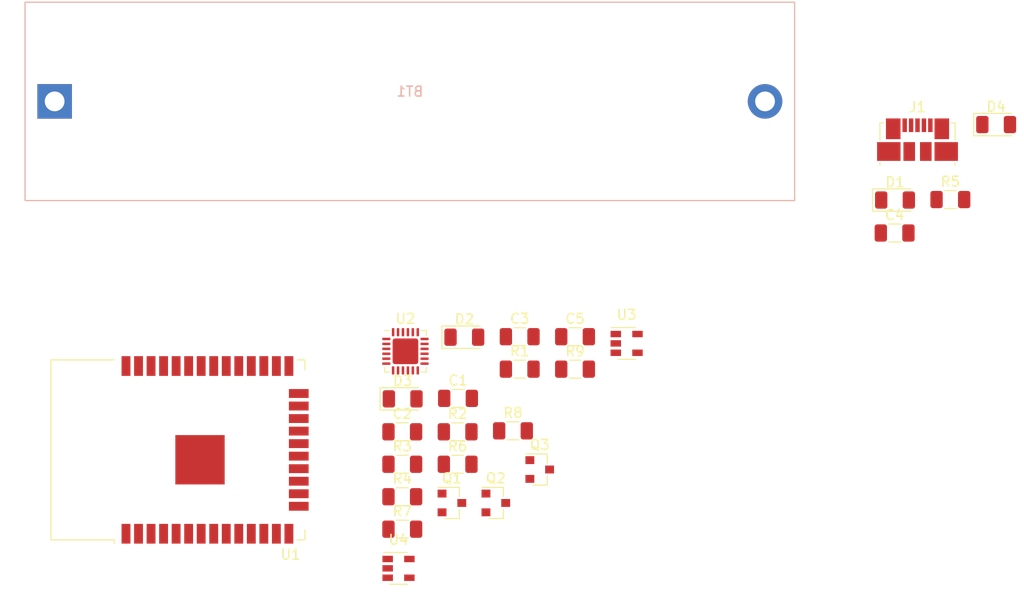
<source format=kicad_pcb>
(kicad_pcb (version 20171130) (host pcbnew "(5.1.2-1)-1")

  (general
    (thickness 1.6)
    (drawings 0)
    (tracks 0)
    (zones 0)
    (modules 27)
    (nets 27)
  )

  (page A4)
  (layers
    (0 F.Cu signal)
    (31 B.Cu signal)
    (32 B.Adhes user)
    (33 F.Adhes user)
    (34 B.Paste user)
    (35 F.Paste user)
    (36 B.SilkS user)
    (37 F.SilkS user)
    (38 B.Mask user)
    (39 F.Mask user)
    (40 Dwgs.User user)
    (41 Cmts.User user)
    (42 Eco1.User user)
    (43 Eco2.User user)
    (44 Edge.Cuts user)
    (45 Margin user)
    (46 B.CrtYd user)
    (47 F.CrtYd user)
    (48 B.Fab user)
    (49 F.Fab user)
  )

  (setup
    (last_trace_width 0.25)
    (trace_clearance 0.2)
    (zone_clearance 0.508)
    (zone_45_only no)
    (trace_min 0.2)
    (via_size 0.8)
    (via_drill 0.4)
    (via_min_size 0.4)
    (via_min_drill 0.3)
    (uvia_size 0.3)
    (uvia_drill 0.1)
    (uvias_allowed no)
    (uvia_min_size 0.2)
    (uvia_min_drill 0.1)
    (edge_width 0.05)
    (segment_width 0.2)
    (pcb_text_width 0.3)
    (pcb_text_size 1.5 1.5)
    (mod_edge_width 0.12)
    (mod_text_size 1 1)
    (mod_text_width 0.15)
    (pad_size 1.524 1.524)
    (pad_drill 0.762)
    (pad_to_mask_clearance 0.051)
    (solder_mask_min_width 0.25)
    (aux_axis_origin 0 0)
    (visible_elements FFFFFF7F)
    (pcbplotparams
      (layerselection 0x010fc_ffffffff)
      (usegerberextensions false)
      (usegerberattributes false)
      (usegerberadvancedattributes false)
      (creategerberjobfile false)
      (excludeedgelayer true)
      (linewidth 0.100000)
      (plotframeref false)
      (viasonmask false)
      (mode 1)
      (useauxorigin false)
      (hpglpennumber 1)
      (hpglpenspeed 20)
      (hpglpendiameter 15.000000)
      (psnegative false)
      (psa4output false)
      (plotreference true)
      (plotvalue true)
      (plotinvisibletext false)
      (padsonsilk false)
      (subtractmaskfromsilk false)
      (outputformat 1)
      (mirror false)
      (drillshape 1)
      (scaleselection 1)
      (outputdirectory ""))
  )

  (net 0 "")
  (net 1 V_BATT)
  (net 2 GND)
  (net 3 "Net-(C2-Pad1)")
  (net 4 +3V3)
  (net 5 VBUS)
  (net 6 "Net-(D2-Pad1)")
  (net 7 "Net-(D3-Pad2)")
  (net 8 "Net-(D3-Pad1)")
  (net 9 "Net-(D4-Pad2)")
  (net 10 "Net-(D4-Pad1)")
  (net 11 "Net-(J1-Pad5)")
  (net 12 "Net-(J1-Pad3)")
  (net 13 "Net-(J1-Pad2)")
  (net 14 "Net-(J1-Pad1)")
  (net 15 /GPIO0)
  (net 16 "Net-(Q1-Pad2)")
  (net 17 "Net-(Q1-Pad1)")
  (net 18 /~RESET)
  (net 19 "Net-(Q2-Pad2)")
  (net 20 "Net-(Q2-Pad1)")
  (net 21 "Net-(R1-Pad2)")
  (net 22 /ESP_TX)
  (net 23 "Net-(R5-Pad2)")
  (net 24 "Net-(R6-Pad1)")
  (net 25 "Net-(R7-Pad1)")
  (net 26 /ESP_RX)

  (net_class Default "This is the default net class."
    (clearance 0.2)
    (trace_width 0.25)
    (via_dia 0.8)
    (via_drill 0.4)
    (uvia_dia 0.3)
    (uvia_drill 0.1)
    (add_net +3V3)
    (add_net /ESP_RX)
    (add_net /ESP_TX)
    (add_net /GPIO0)
    (add_net /~RESET)
    (add_net GND)
    (add_net "Net-(C2-Pad1)")
    (add_net "Net-(D2-Pad1)")
    (add_net "Net-(D3-Pad1)")
    (add_net "Net-(D3-Pad2)")
    (add_net "Net-(D4-Pad1)")
    (add_net "Net-(D4-Pad2)")
    (add_net "Net-(J1-Pad1)")
    (add_net "Net-(J1-Pad2)")
    (add_net "Net-(J1-Pad3)")
    (add_net "Net-(J1-Pad5)")
    (add_net "Net-(Q1-Pad1)")
    (add_net "Net-(Q1-Pad2)")
    (add_net "Net-(Q2-Pad1)")
    (add_net "Net-(Q2-Pad2)")
    (add_net "Net-(R1-Pad2)")
    (add_net "Net-(R5-Pad2)")
    (add_net "Net-(R6-Pad1)")
    (add_net "Net-(R7-Pad1)")
    (add_net VBUS)
    (add_net V_BATT)
  )

  (module Battery:BatteryHolder_MPD_BH-18650-PC2 (layer B.Cu) (tedit 5C1007C1) (tstamp 5D52691A)
    (at 110.744 89.408)
    (descr "18650 Battery Holder (http://www.memoryprotectiondevices.com/datasheets/BK-18650-PC2-datasheet.pdf)")
    (tags "18650 Battery Holder")
    (path /5D5F7844)
    (fp_text reference BT1 (at 36 -1) (layer B.SilkS)
      (effects (font (size 1 1) (thickness 0.15)) (justify mirror))
    )
    (fp_text value Battery (at 36 0.8) (layer B.Fab)
      (effects (font (size 1 1) (thickness 0.15)) (justify mirror))
    )
    (fp_text user %R (at 36 2.4) (layer B.Fab)
      (effects (font (size 1 1) (thickness 0.15)) (justify mirror))
    )
    (fp_line (start -3.2 10.25) (end 75.2 10.25) (layer B.CrtYd) (width 0.05))
    (fp_line (start 75.2 10.25) (end 75.2 -10.25) (layer B.CrtYd) (width 0.05))
    (fp_line (start 75.2 -10.25) (end -3.2 -10.25) (layer B.CrtYd) (width 0.05))
    (fp_line (start -3.2 -10.25) (end -3.2 10.25) (layer B.CrtYd) (width 0.05))
    (fp_line (start -2.8 9.85) (end 74.8 9.85) (layer B.Fab) (width 0.1))
    (fp_line (start 74.8 9.85) (end 74.8 -9.85) (layer B.Fab) (width 0.1))
    (fp_line (start 74.8 -9.85) (end -2.8 -9.85) (layer B.Fab) (width 0.1))
    (fp_line (start -2.8 -9.85) (end -2.8 9.85) (layer B.Fab) (width 0.1))
    (fp_line (start -3 10.05) (end 75 10.05) (layer B.SilkS) (width 0.12))
    (fp_line (start 75 10.05) (end 75 -10.05) (layer B.SilkS) (width 0.12))
    (fp_line (start 75 -10.05) (end -3 -10.05) (layer B.SilkS) (width 0.12))
    (fp_line (start -3 -10.05) (end -3 10.05) (layer B.SilkS) (width 0.12))
    (pad "" np_thru_hole circle (at 64.255 0) (size 3.2 3.2) (drill 3.2) (layers *.Cu *.Mask))
    (pad "" np_thru_hole circle (at 8.645 0) (size 3.2 3.2) (drill 3.2) (layers *.Cu *.Mask))
    (pad 1 thru_hole rect (at 0 0) (size 3.5 3.5) (drill 2) (layers *.Cu *.Mask)
      (net 1 V_BATT))
    (pad 2 thru_hole circle (at 72 0) (size 3.5 3.5) (drill 2) (layers *.Cu *.Mask)
      (net 2 GND))
    (model ${KISYS3DMOD}/Battery.3dshapes/BatteryHolder_MPD_BH-18650-PC2.wrl
      (at (xyz 0 0 0))
      (scale (xyz 1 1 1))
      (rotate (xyz 0 0 0))
    )
  )

  (module Package_TO_SOT_SMD:SOT-23-5 (layer F.Cu) (tedit 5A02FF57) (tstamp 5D5257C5)
    (at 145.598 136.738)
    (descr "5-pin SOT23 package")
    (tags SOT-23-5)
    (path /5D4EFFE8)
    (attr smd)
    (fp_text reference U4 (at 0 -2.9) (layer F.SilkS)
      (effects (font (size 1 1) (thickness 0.15)))
    )
    (fp_text value AP2112K-3.3 (at 0 2.9) (layer F.Fab)
      (effects (font (size 1 1) (thickness 0.15)))
    )
    (fp_line (start 0.9 -1.55) (end 0.9 1.55) (layer F.Fab) (width 0.1))
    (fp_line (start 0.9 1.55) (end -0.9 1.55) (layer F.Fab) (width 0.1))
    (fp_line (start -0.9 -0.9) (end -0.9 1.55) (layer F.Fab) (width 0.1))
    (fp_line (start 0.9 -1.55) (end -0.25 -1.55) (layer F.Fab) (width 0.1))
    (fp_line (start -0.9 -0.9) (end -0.25 -1.55) (layer F.Fab) (width 0.1))
    (fp_line (start -1.9 1.8) (end -1.9 -1.8) (layer F.CrtYd) (width 0.05))
    (fp_line (start 1.9 1.8) (end -1.9 1.8) (layer F.CrtYd) (width 0.05))
    (fp_line (start 1.9 -1.8) (end 1.9 1.8) (layer F.CrtYd) (width 0.05))
    (fp_line (start -1.9 -1.8) (end 1.9 -1.8) (layer F.CrtYd) (width 0.05))
    (fp_line (start 0.9 -1.61) (end -1.55 -1.61) (layer F.SilkS) (width 0.12))
    (fp_line (start -0.9 1.61) (end 0.9 1.61) (layer F.SilkS) (width 0.12))
    (fp_text user %R (at 0 0 90) (layer F.Fab)
      (effects (font (size 0.5 0.5) (thickness 0.075)))
    )
    (pad 5 smd rect (at 1.1 -0.95) (size 1.06 0.65) (layers F.Cu F.Paste F.Mask)
      (net 4 +3V3))
    (pad 4 smd rect (at 1.1 0.95) (size 1.06 0.65) (layers F.Cu F.Paste F.Mask))
    (pad 3 smd rect (at -1.1 0.95) (size 1.06 0.65) (layers F.Cu F.Paste F.Mask)
      (net 23 "Net-(R5-Pad2)"))
    (pad 2 smd rect (at -1.1 0) (size 1.06 0.65) (layers F.Cu F.Paste F.Mask)
      (net 2 GND))
    (pad 1 smd rect (at -1.1 -0.95) (size 1.06 0.65) (layers F.Cu F.Paste F.Mask)
      (net 3 "Net-(C2-Pad1)"))
    (model ${KISYS3DMOD}/Package_TO_SOT_SMD.3dshapes/SOT-23-5.wrl
      (at (xyz 0 0 0))
      (scale (xyz 1 1 1))
      (rotate (xyz 0 0 0))
    )
  )

  (module Package_TO_SOT_SMD:SOT-23-5 (layer F.Cu) (tedit 5A02FF57) (tstamp 5D5257B0)
    (at 168.718 113.938)
    (descr "5-pin SOT23 package")
    (tags SOT-23-5)
    (path /5D51B32E)
    (attr smd)
    (fp_text reference U3 (at 0 -2.9) (layer F.SilkS)
      (effects (font (size 1 1) (thickness 0.15)))
    )
    (fp_text value MCP73831-2-OT (at 0 2.9) (layer F.Fab)
      (effects (font (size 1 1) (thickness 0.15)))
    )
    (fp_line (start 0.9 -1.55) (end 0.9 1.55) (layer F.Fab) (width 0.1))
    (fp_line (start 0.9 1.55) (end -0.9 1.55) (layer F.Fab) (width 0.1))
    (fp_line (start -0.9 -0.9) (end -0.9 1.55) (layer F.Fab) (width 0.1))
    (fp_line (start 0.9 -1.55) (end -0.25 -1.55) (layer F.Fab) (width 0.1))
    (fp_line (start -0.9 -0.9) (end -0.25 -1.55) (layer F.Fab) (width 0.1))
    (fp_line (start -1.9 1.8) (end -1.9 -1.8) (layer F.CrtYd) (width 0.05))
    (fp_line (start 1.9 1.8) (end -1.9 1.8) (layer F.CrtYd) (width 0.05))
    (fp_line (start 1.9 -1.8) (end 1.9 1.8) (layer F.CrtYd) (width 0.05))
    (fp_line (start -1.9 -1.8) (end 1.9 -1.8) (layer F.CrtYd) (width 0.05))
    (fp_line (start 0.9 -1.61) (end -1.55 -1.61) (layer F.SilkS) (width 0.12))
    (fp_line (start -0.9 1.61) (end 0.9 1.61) (layer F.SilkS) (width 0.12))
    (fp_text user %R (at 0 0 90) (layer F.Fab)
      (effects (font (size 0.5 0.5) (thickness 0.075)))
    )
    (pad 5 smd rect (at 1.1 -0.95) (size 1.06 0.65) (layers F.Cu F.Paste F.Mask)
      (net 25 "Net-(R7-Pad1)"))
    (pad 4 smd rect (at 1.1 0.95) (size 1.06 0.65) (layers F.Cu F.Paste F.Mask)
      (net 5 VBUS))
    (pad 3 smd rect (at -1.1 0.95) (size 1.06 0.65) (layers F.Cu F.Paste F.Mask)
      (net 1 V_BATT))
    (pad 2 smd rect (at -1.1 0) (size 1.06 0.65) (layers F.Cu F.Paste F.Mask)
      (net 2 GND))
    (pad 1 smd rect (at -1.1 -0.95) (size 1.06 0.65) (layers F.Cu F.Paste F.Mask)
      (net 24 "Net-(R6-Pad1)"))
    (model ${KISYS3DMOD}/Package_TO_SOT_SMD.3dshapes/SOT-23-5.wrl
      (at (xyz 0 0 0))
      (scale (xyz 1 1 1))
      (rotate (xyz 0 0 0))
    )
  )

  (module Package_DFN_QFN:QFN-24-1EP_4x4mm_P0.5mm_EP2.6x2.6mm (layer F.Cu) (tedit 5C1FD453) (tstamp 5D52579B)
    (at 146.298 114.738)
    (descr "QFN, 24 Pin (http://ww1.microchip.com/downloads/en/PackagingSpec/00000049BQ.pdf#page=278), generated with kicad-footprint-generator ipc_dfn_qfn_generator.py")
    (tags "QFN DFN_QFN")
    (path /5D4FF0F0)
    (attr smd)
    (fp_text reference U2 (at 0 -3.3) (layer F.SilkS)
      (effects (font (size 1 1) (thickness 0.15)))
    )
    (fp_text value CP2104 (at 0 3.3) (layer F.Fab)
      (effects (font (size 1 1) (thickness 0.15)))
    )
    (fp_text user %R (at 0 0) (layer F.Fab)
      (effects (font (size 1 1) (thickness 0.15)))
    )
    (fp_line (start 2.6 -2.6) (end -2.6 -2.6) (layer F.CrtYd) (width 0.05))
    (fp_line (start 2.6 2.6) (end 2.6 -2.6) (layer F.CrtYd) (width 0.05))
    (fp_line (start -2.6 2.6) (end 2.6 2.6) (layer F.CrtYd) (width 0.05))
    (fp_line (start -2.6 -2.6) (end -2.6 2.6) (layer F.CrtYd) (width 0.05))
    (fp_line (start -2 -1) (end -1 -2) (layer F.Fab) (width 0.1))
    (fp_line (start -2 2) (end -2 -1) (layer F.Fab) (width 0.1))
    (fp_line (start 2 2) (end -2 2) (layer F.Fab) (width 0.1))
    (fp_line (start 2 -2) (end 2 2) (layer F.Fab) (width 0.1))
    (fp_line (start -1 -2) (end 2 -2) (layer F.Fab) (width 0.1))
    (fp_line (start -1.635 -2.11) (end -2.11 -2.11) (layer F.SilkS) (width 0.12))
    (fp_line (start 2.11 2.11) (end 2.11 1.635) (layer F.SilkS) (width 0.12))
    (fp_line (start 1.635 2.11) (end 2.11 2.11) (layer F.SilkS) (width 0.12))
    (fp_line (start -2.11 2.11) (end -2.11 1.635) (layer F.SilkS) (width 0.12))
    (fp_line (start -1.635 2.11) (end -2.11 2.11) (layer F.SilkS) (width 0.12))
    (fp_line (start 2.11 -2.11) (end 2.11 -1.635) (layer F.SilkS) (width 0.12))
    (fp_line (start 1.635 -2.11) (end 2.11 -2.11) (layer F.SilkS) (width 0.12))
    (pad 24 smd roundrect (at -1.25 -1.9375) (size 0.25 0.825) (layers F.Cu F.Paste F.Mask) (roundrect_rratio 0.25))
    (pad 23 smd roundrect (at -0.75 -1.9375) (size 0.25 0.825) (layers F.Cu F.Paste F.Mask) (roundrect_rratio 0.25)
      (net 16 "Net-(Q1-Pad2)"))
    (pad 22 smd roundrect (at -0.25 -1.9375) (size 0.25 0.825) (layers F.Cu F.Paste F.Mask) (roundrect_rratio 0.25))
    (pad 21 smd roundrect (at 0.25 -1.9375) (size 0.25 0.825) (layers F.Cu F.Paste F.Mask) (roundrect_rratio 0.25)
      (net 26 /ESP_RX))
    (pad 20 smd roundrect (at 0.75 -1.9375) (size 0.25 0.825) (layers F.Cu F.Paste F.Mask) (roundrect_rratio 0.25)
      (net 22 /ESP_TX))
    (pad 19 smd roundrect (at 1.25 -1.9375) (size 0.25 0.825) (layers F.Cu F.Paste F.Mask) (roundrect_rratio 0.25)
      (net 19 "Net-(Q2-Pad2)"))
    (pad 18 smd roundrect (at 1.9375 -1.25) (size 0.825 0.25) (layers F.Cu F.Paste F.Mask) (roundrect_rratio 0.25))
    (pad 17 smd roundrect (at 1.9375 -0.75) (size 0.825 0.25) (layers F.Cu F.Paste F.Mask) (roundrect_rratio 0.25))
    (pad 16 smd roundrect (at 1.9375 -0.25) (size 0.825 0.25) (layers F.Cu F.Paste F.Mask) (roundrect_rratio 0.25))
    (pad 15 smd roundrect (at 1.9375 0.25) (size 0.825 0.25) (layers F.Cu F.Paste F.Mask) (roundrect_rratio 0.25))
    (pad 14 smd roundrect (at 1.9375 0.75) (size 0.825 0.25) (layers F.Cu F.Paste F.Mask) (roundrect_rratio 0.25)
      (net 8 "Net-(D3-Pad1)"))
    (pad 13 smd roundrect (at 1.9375 1.25) (size 0.825 0.25) (layers F.Cu F.Paste F.Mask) (roundrect_rratio 0.25)
      (net 10 "Net-(D4-Pad1)"))
    (pad 12 smd roundrect (at 1.25 1.9375) (size 0.25 0.825) (layers F.Cu F.Paste F.Mask) (roundrect_rratio 0.25))
    (pad 11 smd roundrect (at 0.75 1.9375) (size 0.25 0.825) (layers F.Cu F.Paste F.Mask) (roundrect_rratio 0.25))
    (pad 10 smd roundrect (at 0.25 1.9375) (size 0.25 0.825) (layers F.Cu F.Paste F.Mask) (roundrect_rratio 0.25))
    (pad 9 smd roundrect (at -0.25 1.9375) (size 0.25 0.825) (layers F.Cu F.Paste F.Mask) (roundrect_rratio 0.25))
    (pad 8 smd roundrect (at -0.75 1.9375) (size 0.25 0.825) (layers F.Cu F.Paste F.Mask) (roundrect_rratio 0.25)
      (net 14 "Net-(J1-Pad1)"))
    (pad 7 smd roundrect (at -1.25 1.9375) (size 0.25 0.825) (layers F.Cu F.Paste F.Mask) (roundrect_rratio 0.25)
      (net 4 +3V3))
    (pad 6 smd roundrect (at -1.9375 1.25) (size 0.825 0.25) (layers F.Cu F.Paste F.Mask) (roundrect_rratio 0.25)
      (net 4 +3V3))
    (pad 5 smd roundrect (at -1.9375 0.75) (size 0.825 0.25) (layers F.Cu F.Paste F.Mask) (roundrect_rratio 0.25)
      (net 4 +3V3))
    (pad 4 smd roundrect (at -1.9375 0.25) (size 0.825 0.25) (layers F.Cu F.Paste F.Mask) (roundrect_rratio 0.25)
      (net 13 "Net-(J1-Pad2)"))
    (pad 3 smd roundrect (at -1.9375 -0.25) (size 0.825 0.25) (layers F.Cu F.Paste F.Mask) (roundrect_rratio 0.25)
      (net 12 "Net-(J1-Pad3)"))
    (pad 2 smd roundrect (at -1.9375 -0.75) (size 0.825 0.25) (layers F.Cu F.Paste F.Mask) (roundrect_rratio 0.25)
      (net 11 "Net-(J1-Pad5)"))
    (pad 1 smd roundrect (at -1.9375 -1.25) (size 0.825 0.25) (layers F.Cu F.Paste F.Mask) (roundrect_rratio 0.25))
    (pad "" smd roundrect (at 0.65 0.65) (size 1.05 1.05) (layers F.Paste) (roundrect_rratio 0.238095))
    (pad "" smd roundrect (at 0.65 -0.65) (size 1.05 1.05) (layers F.Paste) (roundrect_rratio 0.238095))
    (pad "" smd roundrect (at -0.65 0.65) (size 1.05 1.05) (layers F.Paste) (roundrect_rratio 0.238095))
    (pad "" smd roundrect (at -0.65 -0.65) (size 1.05 1.05) (layers F.Paste) (roundrect_rratio 0.238095))
    (pad 25 smd roundrect (at 0 0) (size 2.6 2.6) (layers F.Cu F.Mask) (roundrect_rratio 0.096154)
      (net 11 "Net-(J1-Pad5)"))
    (model ${KISYS3DMOD}/Package_DFN_QFN.3dshapes/QFN-24-1EP_4x4mm_P0.5mm_EP2.6x2.6mm.wrl
      (at (xyz 0 0 0))
      (scale (xyz 1 1 1))
      (rotate (xyz 0 0 0))
    )
  )

  (module RF_Module:ESP32-WROOM-32 (layer F.Cu) (tedit 5B5B4654) (tstamp 5D525769)
    (at 126.231 124.73 90)
    (descr "Single 2.4 GHz Wi-Fi and Bluetooth combo chip https://www.espressif.com/sites/default/files/documentation/esp32-wroom-32_datasheet_en.pdf")
    (tags "Single 2.4 GHz Wi-Fi and Bluetooth combo  chip")
    (path /5D4E0617)
    (attr smd)
    (fp_text reference U1 (at -10.61 8.43) (layer F.SilkS)
      (effects (font (size 1 1) (thickness 0.15)))
    )
    (fp_text value ESP32-WROOM (at 0 11.5 90) (layer F.Fab)
      (effects (font (size 1 1) (thickness 0.15)))
    )
    (fp_line (start -9.12 -9.445) (end -9.5 -9.445) (layer F.SilkS) (width 0.12))
    (fp_line (start -9.12 -15.865) (end -9.12 -9.445) (layer F.SilkS) (width 0.12))
    (fp_line (start 9.12 -15.865) (end 9.12 -9.445) (layer F.SilkS) (width 0.12))
    (fp_line (start -9.12 -15.865) (end 9.12 -15.865) (layer F.SilkS) (width 0.12))
    (fp_line (start 9.12 9.88) (end 8.12 9.88) (layer F.SilkS) (width 0.12))
    (fp_line (start 9.12 9.1) (end 9.12 9.88) (layer F.SilkS) (width 0.12))
    (fp_line (start -9.12 9.88) (end -8.12 9.88) (layer F.SilkS) (width 0.12))
    (fp_line (start -9.12 9.1) (end -9.12 9.88) (layer F.SilkS) (width 0.12))
    (fp_line (start 8.4 -20.6) (end 8.2 -20.4) (layer Cmts.User) (width 0.1))
    (fp_line (start 8.4 -16) (end 8.4 -20.6) (layer Cmts.User) (width 0.1))
    (fp_line (start 8.4 -20.6) (end 8.6 -20.4) (layer Cmts.User) (width 0.1))
    (fp_line (start 8.4 -16) (end 8.6 -16.2) (layer Cmts.User) (width 0.1))
    (fp_line (start 8.4 -16) (end 8.2 -16.2) (layer Cmts.User) (width 0.1))
    (fp_line (start -9.2 -13.875) (end -9.4 -14.075) (layer Cmts.User) (width 0.1))
    (fp_line (start -13.8 -13.875) (end -9.2 -13.875) (layer Cmts.User) (width 0.1))
    (fp_line (start -9.2 -13.875) (end -9.4 -13.675) (layer Cmts.User) (width 0.1))
    (fp_line (start -13.8 -13.875) (end -13.6 -13.675) (layer Cmts.User) (width 0.1))
    (fp_line (start -13.8 -13.875) (end -13.6 -14.075) (layer Cmts.User) (width 0.1))
    (fp_line (start 9.2 -13.875) (end 9.4 -13.675) (layer Cmts.User) (width 0.1))
    (fp_line (start 9.2 -13.875) (end 9.4 -14.075) (layer Cmts.User) (width 0.1))
    (fp_line (start 13.8 -13.875) (end 13.6 -13.675) (layer Cmts.User) (width 0.1))
    (fp_line (start 13.8 -13.875) (end 13.6 -14.075) (layer Cmts.User) (width 0.1))
    (fp_line (start 9.2 -13.875) (end 13.8 -13.875) (layer Cmts.User) (width 0.1))
    (fp_line (start 14 -11.585) (end 12 -9.97) (layer Dwgs.User) (width 0.1))
    (fp_line (start 14 -13.2) (end 10 -9.97) (layer Dwgs.User) (width 0.1))
    (fp_line (start 14 -14.815) (end 8 -9.97) (layer Dwgs.User) (width 0.1))
    (fp_line (start 14 -16.43) (end 6 -9.97) (layer Dwgs.User) (width 0.1))
    (fp_line (start 14 -18.045) (end 4 -9.97) (layer Dwgs.User) (width 0.1))
    (fp_line (start 14 -19.66) (end 2 -9.97) (layer Dwgs.User) (width 0.1))
    (fp_line (start 13.475 -20.75) (end 0 -9.97) (layer Dwgs.User) (width 0.1))
    (fp_line (start 11.475 -20.75) (end -2 -9.97) (layer Dwgs.User) (width 0.1))
    (fp_line (start 9.475 -20.75) (end -4 -9.97) (layer Dwgs.User) (width 0.1))
    (fp_line (start 7.475 -20.75) (end -6 -9.97) (layer Dwgs.User) (width 0.1))
    (fp_line (start -8 -9.97) (end 5.475 -20.75) (layer Dwgs.User) (width 0.1))
    (fp_line (start 3.475 -20.75) (end -10 -9.97) (layer Dwgs.User) (width 0.1))
    (fp_line (start 1.475 -20.75) (end -12 -9.97) (layer Dwgs.User) (width 0.1))
    (fp_line (start -0.525 -20.75) (end -14 -9.97) (layer Dwgs.User) (width 0.1))
    (fp_line (start -2.525 -20.75) (end -14 -11.585) (layer Dwgs.User) (width 0.1))
    (fp_line (start -4.525 -20.75) (end -14 -13.2) (layer Dwgs.User) (width 0.1))
    (fp_line (start -6.525 -20.75) (end -14 -14.815) (layer Dwgs.User) (width 0.1))
    (fp_line (start -8.525 -20.75) (end -14 -16.43) (layer Dwgs.User) (width 0.1))
    (fp_line (start -10.525 -20.75) (end -14 -18.045) (layer Dwgs.User) (width 0.1))
    (fp_line (start -12.525 -20.75) (end -14 -19.66) (layer Dwgs.User) (width 0.1))
    (fp_line (start 9.75 -9.72) (end 14.25 -9.72) (layer F.CrtYd) (width 0.05))
    (fp_line (start -14.25 -9.72) (end -9.75 -9.72) (layer F.CrtYd) (width 0.05))
    (fp_line (start 14.25 -21) (end 14.25 -9.72) (layer F.CrtYd) (width 0.05))
    (fp_line (start -14.25 -21) (end -14.25 -9.72) (layer F.CrtYd) (width 0.05))
    (fp_line (start 14 -20.75) (end -14 -20.75) (layer Dwgs.User) (width 0.1))
    (fp_line (start 14 -9.97) (end 14 -20.75) (layer Dwgs.User) (width 0.1))
    (fp_line (start 14 -9.97) (end -14 -9.97) (layer Dwgs.User) (width 0.1))
    (fp_line (start -9 -9.02) (end -8.5 -9.52) (layer F.Fab) (width 0.1))
    (fp_line (start -8.5 -9.52) (end -9 -10.02) (layer F.Fab) (width 0.1))
    (fp_line (start -9 -9.02) (end -9 9.76) (layer F.Fab) (width 0.1))
    (fp_line (start -14.25 -21) (end 14.25 -21) (layer F.CrtYd) (width 0.05))
    (fp_line (start 9.75 -9.72) (end 9.75 10.5) (layer F.CrtYd) (width 0.05))
    (fp_line (start -9.75 10.5) (end 9.75 10.5) (layer F.CrtYd) (width 0.05))
    (fp_line (start -9.75 10.5) (end -9.75 -9.72) (layer F.CrtYd) (width 0.05))
    (fp_line (start -9 -15.745) (end 9 -15.745) (layer F.Fab) (width 0.1))
    (fp_line (start -9 -15.745) (end -9 -10.02) (layer F.Fab) (width 0.1))
    (fp_line (start -9 9.76) (end 9 9.76) (layer F.Fab) (width 0.1))
    (fp_line (start 9 9.76) (end 9 -15.745) (layer F.Fab) (width 0.1))
    (fp_line (start -14 -9.97) (end -14 -20.75) (layer Dwgs.User) (width 0.1))
    (fp_text user "5 mm" (at 7.8 -19.075) (layer Cmts.User)
      (effects (font (size 0.5 0.5) (thickness 0.1)))
    )
    (fp_text user "5 mm" (at -11.2 -14.375 90) (layer Cmts.User)
      (effects (font (size 0.5 0.5) (thickness 0.1)))
    )
    (fp_text user "5 mm" (at 11.8 -14.375 90) (layer Cmts.User)
      (effects (font (size 0.5 0.5) (thickness 0.1)))
    )
    (fp_text user Antenna (at 0 -13 90) (layer Cmts.User)
      (effects (font (size 1 1) (thickness 0.15)))
    )
    (fp_text user "KEEP-OUT ZONE" (at 0 -19 90) (layer Cmts.User)
      (effects (font (size 1 1) (thickness 0.15)))
    )
    (fp_text user %R (at 0 0 90) (layer F.Fab)
      (effects (font (size 1 1) (thickness 0.15)))
    )
    (pad 38 smd rect (at 8.5 -8.255 90) (size 2 0.9) (layers F.Cu F.Paste F.Mask)
      (net 2 GND))
    (pad 37 smd rect (at 8.5 -6.985 90) (size 2 0.9) (layers F.Cu F.Paste F.Mask))
    (pad 36 smd rect (at 8.5 -5.715 90) (size 2 0.9) (layers F.Cu F.Paste F.Mask))
    (pad 35 smd rect (at 8.5 -4.445 90) (size 2 0.9) (layers F.Cu F.Paste F.Mask)
      (net 21 "Net-(R1-Pad2)"))
    (pad 34 smd rect (at 8.5 -3.175 90) (size 2 0.9) (layers F.Cu F.Paste F.Mask)
      (net 26 /ESP_RX))
    (pad 33 smd rect (at 8.5 -1.905 90) (size 2 0.9) (layers F.Cu F.Paste F.Mask))
    (pad 32 smd rect (at 8.5 -0.635 90) (size 2 0.9) (layers F.Cu F.Paste F.Mask))
    (pad 31 smd rect (at 8.5 0.635 90) (size 2 0.9) (layers F.Cu F.Paste F.Mask))
    (pad 30 smd rect (at 8.5 1.905 90) (size 2 0.9) (layers F.Cu F.Paste F.Mask))
    (pad 29 smd rect (at 8.5 3.175 90) (size 2 0.9) (layers F.Cu F.Paste F.Mask))
    (pad 28 smd rect (at 8.5 4.445 90) (size 2 0.9) (layers F.Cu F.Paste F.Mask))
    (pad 27 smd rect (at 8.5 5.715 90) (size 2 0.9) (layers F.Cu F.Paste F.Mask))
    (pad 26 smd rect (at 8.5 6.985 90) (size 2 0.9) (layers F.Cu F.Paste F.Mask))
    (pad 25 smd rect (at 8.5 8.255 90) (size 2 0.9) (layers F.Cu F.Paste F.Mask)
      (net 15 /GPIO0))
    (pad 24 smd rect (at 5.715 9.255 180) (size 2 0.9) (layers F.Cu F.Paste F.Mask))
    (pad 23 smd rect (at 4.445 9.255 180) (size 2 0.9) (layers F.Cu F.Paste F.Mask))
    (pad 22 smd rect (at 3.175 9.255 180) (size 2 0.9) (layers F.Cu F.Paste F.Mask))
    (pad 21 smd rect (at 1.905 9.255 180) (size 2 0.9) (layers F.Cu F.Paste F.Mask))
    (pad 20 smd rect (at 0.635 9.255 180) (size 2 0.9) (layers F.Cu F.Paste F.Mask))
    (pad 19 smd rect (at -0.635 9.255 180) (size 2 0.9) (layers F.Cu F.Paste F.Mask))
    (pad 18 smd rect (at -1.905 9.255 180) (size 2 0.9) (layers F.Cu F.Paste F.Mask))
    (pad 17 smd rect (at -3.175 9.255 180) (size 2 0.9) (layers F.Cu F.Paste F.Mask))
    (pad 16 smd rect (at -4.445 9.255 180) (size 2 0.9) (layers F.Cu F.Paste F.Mask))
    (pad 15 smd rect (at -5.715 9.255 180) (size 2 0.9) (layers F.Cu F.Paste F.Mask)
      (net 2 GND))
    (pad 14 smd rect (at -8.5 8.255 90) (size 2 0.9) (layers F.Cu F.Paste F.Mask))
    (pad 13 smd rect (at -8.5 6.985 90) (size 2 0.9) (layers F.Cu F.Paste F.Mask))
    (pad 12 smd rect (at -8.5 5.715 90) (size 2 0.9) (layers F.Cu F.Paste F.Mask))
    (pad 11 smd rect (at -8.5 4.445 90) (size 2 0.9) (layers F.Cu F.Paste F.Mask))
    (pad 10 smd rect (at -8.5 3.175 90) (size 2 0.9) (layers F.Cu F.Paste F.Mask))
    (pad 9 smd rect (at -8.5 1.905 90) (size 2 0.9) (layers F.Cu F.Paste F.Mask))
    (pad 8 smd rect (at -8.5 0.635 90) (size 2 0.9) (layers F.Cu F.Paste F.Mask))
    (pad 7 smd rect (at -8.5 -0.635 90) (size 2 0.9) (layers F.Cu F.Paste F.Mask))
    (pad 6 smd rect (at -8.5 -1.905 90) (size 2 0.9) (layers F.Cu F.Paste F.Mask))
    (pad 5 smd rect (at -8.5 -3.175 90) (size 2 0.9) (layers F.Cu F.Paste F.Mask))
    (pad 4 smd rect (at -8.5 -4.445 90) (size 2 0.9) (layers F.Cu F.Paste F.Mask))
    (pad 3 smd rect (at -8.5 -5.715 90) (size 2 0.9) (layers F.Cu F.Paste F.Mask)
      (net 18 /~RESET))
    (pad 2 smd rect (at -8.5 -6.985 90) (size 2 0.9) (layers F.Cu F.Paste F.Mask))
    (pad 1 smd rect (at -8.5 -8.255 90) (size 2 0.9) (layers F.Cu F.Paste F.Mask)
      (net 2 GND))
    (pad 39 smd rect (at -1 -0.755 90) (size 5 5) (layers F.Cu F.Paste F.Mask)
      (net 2 GND))
    (model ${KISYS3DMOD}/RF_Module.3dshapes/ESP32-WROOM-32.wrl
      (at (xyz 0 0 0))
      (scale (xyz 1 1 1))
      (rotate (xyz 0 0 0))
    )
  )

  (module Resistor_SMD:R_1206_3216Metric (layer F.Cu) (tedit 5B301BBD) (tstamp 5D5256FA)
    (at 163.488 116.548)
    (descr "Resistor SMD 1206 (3216 Metric), square (rectangular) end terminal, IPC_7351 nominal, (Body size source: http://www.tortai-tech.com/upload/download/2011102023233369053.pdf), generated with kicad-footprint-generator")
    (tags resistor)
    (path /5D5E2A48)
    (attr smd)
    (fp_text reference R9 (at 0 -1.82) (layer F.SilkS)
      (effects (font (size 1 1) (thickness 0.15)))
    )
    (fp_text value 1k (at 0 1.82) (layer F.Fab)
      (effects (font (size 1 1) (thickness 0.15)))
    )
    (fp_text user %R (at 0 0) (layer F.Fab)
      (effects (font (size 0.8 0.8) (thickness 0.12)))
    )
    (fp_line (start 2.28 1.12) (end -2.28 1.12) (layer F.CrtYd) (width 0.05))
    (fp_line (start 2.28 -1.12) (end 2.28 1.12) (layer F.CrtYd) (width 0.05))
    (fp_line (start -2.28 -1.12) (end 2.28 -1.12) (layer F.CrtYd) (width 0.05))
    (fp_line (start -2.28 1.12) (end -2.28 -1.12) (layer F.CrtYd) (width 0.05))
    (fp_line (start -0.602064 0.91) (end 0.602064 0.91) (layer F.SilkS) (width 0.12))
    (fp_line (start -0.602064 -0.91) (end 0.602064 -0.91) (layer F.SilkS) (width 0.12))
    (fp_line (start 1.6 0.8) (end -1.6 0.8) (layer F.Fab) (width 0.1))
    (fp_line (start 1.6 -0.8) (end 1.6 0.8) (layer F.Fab) (width 0.1))
    (fp_line (start -1.6 -0.8) (end 1.6 -0.8) (layer F.Fab) (width 0.1))
    (fp_line (start -1.6 0.8) (end -1.6 -0.8) (layer F.Fab) (width 0.1))
    (pad 2 smd roundrect (at 1.4 0) (size 1.25 1.75) (layers F.Cu F.Paste F.Mask) (roundrect_rratio 0.2)
      (net 9 "Net-(D4-Pad2)"))
    (pad 1 smd roundrect (at -1.4 0) (size 1.25 1.75) (layers F.Cu F.Paste F.Mask) (roundrect_rratio 0.2)
      (net 4 +3V3))
    (model ${KISYS3DMOD}/Resistor_SMD.3dshapes/R_1206_3216Metric.wrl
      (at (xyz 0 0 0))
      (scale (xyz 1 1 1))
      (rotate (xyz 0 0 0))
    )
  )

  (module Resistor_SMD:R_1206_3216Metric (layer F.Cu) (tedit 5B301BBD) (tstamp 5D5256E9)
    (at 157.198 122.798)
    (descr "Resistor SMD 1206 (3216 Metric), square (rectangular) end terminal, IPC_7351 nominal, (Body size source: http://www.tortai-tech.com/upload/download/2011102023233369053.pdf), generated with kicad-footprint-generator")
    (tags resistor)
    (path /5D5E3707)
    (attr smd)
    (fp_text reference R8 (at 0 -1.82) (layer F.SilkS)
      (effects (font (size 1 1) (thickness 0.15)))
    )
    (fp_text value 1k (at 0 1.82) (layer F.Fab)
      (effects (font (size 1 1) (thickness 0.15)))
    )
    (fp_text user %R (at 0 0) (layer F.Fab)
      (effects (font (size 0.8 0.8) (thickness 0.12)))
    )
    (fp_line (start 2.28 1.12) (end -2.28 1.12) (layer F.CrtYd) (width 0.05))
    (fp_line (start 2.28 -1.12) (end 2.28 1.12) (layer F.CrtYd) (width 0.05))
    (fp_line (start -2.28 -1.12) (end 2.28 -1.12) (layer F.CrtYd) (width 0.05))
    (fp_line (start -2.28 1.12) (end -2.28 -1.12) (layer F.CrtYd) (width 0.05))
    (fp_line (start -0.602064 0.91) (end 0.602064 0.91) (layer F.SilkS) (width 0.12))
    (fp_line (start -0.602064 -0.91) (end 0.602064 -0.91) (layer F.SilkS) (width 0.12))
    (fp_line (start 1.6 0.8) (end -1.6 0.8) (layer F.Fab) (width 0.1))
    (fp_line (start 1.6 -0.8) (end 1.6 0.8) (layer F.Fab) (width 0.1))
    (fp_line (start -1.6 -0.8) (end 1.6 -0.8) (layer F.Fab) (width 0.1))
    (fp_line (start -1.6 0.8) (end -1.6 -0.8) (layer F.Fab) (width 0.1))
    (pad 2 smd roundrect (at 1.4 0) (size 1.25 1.75) (layers F.Cu F.Paste F.Mask) (roundrect_rratio 0.2)
      (net 7 "Net-(D3-Pad2)"))
    (pad 1 smd roundrect (at -1.4 0) (size 1.25 1.75) (layers F.Cu F.Paste F.Mask) (roundrect_rratio 0.2)
      (net 4 +3V3))
    (model ${KISYS3DMOD}/Resistor_SMD.3dshapes/R_1206_3216Metric.wrl
      (at (xyz 0 0 0))
      (scale (xyz 1 1 1))
      (rotate (xyz 0 0 0))
    )
  )

  (module Resistor_SMD:R_1206_3216Metric (layer F.Cu) (tedit 5B301BBD) (tstamp 5D5256D8)
    (at 145.978 132.768)
    (descr "Resistor SMD 1206 (3216 Metric), square (rectangular) end terminal, IPC_7351 nominal, (Body size source: http://www.tortai-tech.com/upload/download/2011102023233369053.pdf), generated with kicad-footprint-generator")
    (tags resistor)
    (path /5D581364)
    (attr smd)
    (fp_text reference R7 (at 0 -1.82) (layer F.SilkS)
      (effects (font (size 1 1) (thickness 0.15)))
    )
    (fp_text value 4.7k (at 0 1.82) (layer F.Fab)
      (effects (font (size 1 1) (thickness 0.15)))
    )
    (fp_text user %R (at 0 0) (layer F.Fab)
      (effects (font (size 0.8 0.8) (thickness 0.12)))
    )
    (fp_line (start 2.28 1.12) (end -2.28 1.12) (layer F.CrtYd) (width 0.05))
    (fp_line (start 2.28 -1.12) (end 2.28 1.12) (layer F.CrtYd) (width 0.05))
    (fp_line (start -2.28 -1.12) (end 2.28 -1.12) (layer F.CrtYd) (width 0.05))
    (fp_line (start -2.28 1.12) (end -2.28 -1.12) (layer F.CrtYd) (width 0.05))
    (fp_line (start -0.602064 0.91) (end 0.602064 0.91) (layer F.SilkS) (width 0.12))
    (fp_line (start -0.602064 -0.91) (end 0.602064 -0.91) (layer F.SilkS) (width 0.12))
    (fp_line (start 1.6 0.8) (end -1.6 0.8) (layer F.Fab) (width 0.1))
    (fp_line (start 1.6 -0.8) (end 1.6 0.8) (layer F.Fab) (width 0.1))
    (fp_line (start -1.6 -0.8) (end 1.6 -0.8) (layer F.Fab) (width 0.1))
    (fp_line (start -1.6 0.8) (end -1.6 -0.8) (layer F.Fab) (width 0.1))
    (pad 2 smd roundrect (at 1.4 0) (size 1.25 1.75) (layers F.Cu F.Paste F.Mask) (roundrect_rratio 0.2)
      (net 2 GND))
    (pad 1 smd roundrect (at -1.4 0) (size 1.25 1.75) (layers F.Cu F.Paste F.Mask) (roundrect_rratio 0.2)
      (net 25 "Net-(R7-Pad1)"))
    (model ${KISYS3DMOD}/Resistor_SMD.3dshapes/R_1206_3216Metric.wrl
      (at (xyz 0 0 0))
      (scale (xyz 1 1 1))
      (rotate (xyz 0 0 0))
    )
  )

  (module Resistor_SMD:R_1206_3216Metric (layer F.Cu) (tedit 5B301BBD) (tstamp 5D5256C7)
    (at 151.588 126.188)
    (descr "Resistor SMD 1206 (3216 Metric), square (rectangular) end terminal, IPC_7351 nominal, (Body size source: http://www.tortai-tech.com/upload/download/2011102023233369053.pdf), generated with kicad-footprint-generator")
    (tags resistor)
    (path /5D583F93)
    (attr smd)
    (fp_text reference R6 (at 0 -1.82) (layer F.SilkS)
      (effects (font (size 1 1) (thickness 0.15)))
    )
    (fp_text value 1k (at 0 1.82) (layer F.Fab)
      (effects (font (size 1 1) (thickness 0.15)))
    )
    (fp_text user %R (at 0 0) (layer F.Fab)
      (effects (font (size 0.8 0.8) (thickness 0.12)))
    )
    (fp_line (start 2.28 1.12) (end -2.28 1.12) (layer F.CrtYd) (width 0.05))
    (fp_line (start 2.28 -1.12) (end 2.28 1.12) (layer F.CrtYd) (width 0.05))
    (fp_line (start -2.28 -1.12) (end 2.28 -1.12) (layer F.CrtYd) (width 0.05))
    (fp_line (start -2.28 1.12) (end -2.28 -1.12) (layer F.CrtYd) (width 0.05))
    (fp_line (start -0.602064 0.91) (end 0.602064 0.91) (layer F.SilkS) (width 0.12))
    (fp_line (start -0.602064 -0.91) (end 0.602064 -0.91) (layer F.SilkS) (width 0.12))
    (fp_line (start 1.6 0.8) (end -1.6 0.8) (layer F.Fab) (width 0.1))
    (fp_line (start 1.6 -0.8) (end 1.6 0.8) (layer F.Fab) (width 0.1))
    (fp_line (start -1.6 -0.8) (end 1.6 -0.8) (layer F.Fab) (width 0.1))
    (fp_line (start -1.6 0.8) (end -1.6 -0.8) (layer F.Fab) (width 0.1))
    (pad 2 smd roundrect (at 1.4 0) (size 1.25 1.75) (layers F.Cu F.Paste F.Mask) (roundrect_rratio 0.2)
      (net 6 "Net-(D2-Pad1)"))
    (pad 1 smd roundrect (at -1.4 0) (size 1.25 1.75) (layers F.Cu F.Paste F.Mask) (roundrect_rratio 0.2)
      (net 24 "Net-(R6-Pad1)"))
    (model ${KISYS3DMOD}/Resistor_SMD.3dshapes/R_1206_3216Metric.wrl
      (at (xyz 0 0 0))
      (scale (xyz 1 1 1))
      (rotate (xyz 0 0 0))
    )
  )

  (module Resistor_SMD:R_1206_3216Metric (layer F.Cu) (tedit 5B301BBD) (tstamp 5D5256B6)
    (at 201.528 99.358)
    (descr "Resistor SMD 1206 (3216 Metric), square (rectangular) end terminal, IPC_7351 nominal, (Body size source: http://www.tortai-tech.com/upload/download/2011102023233369053.pdf), generated with kicad-footprint-generator")
    (tags resistor)
    (path /5D56BAB1)
    (attr smd)
    (fp_text reference R5 (at 0 -1.82) (layer F.SilkS)
      (effects (font (size 1 1) (thickness 0.15)))
    )
    (fp_text value 100k (at 0 1.82) (layer F.Fab)
      (effects (font (size 1 1) (thickness 0.15)))
    )
    (fp_text user %R (at 0 0) (layer F.Fab)
      (effects (font (size 0.8 0.8) (thickness 0.12)))
    )
    (fp_line (start 2.28 1.12) (end -2.28 1.12) (layer F.CrtYd) (width 0.05))
    (fp_line (start 2.28 -1.12) (end 2.28 1.12) (layer F.CrtYd) (width 0.05))
    (fp_line (start -2.28 -1.12) (end 2.28 -1.12) (layer F.CrtYd) (width 0.05))
    (fp_line (start -2.28 1.12) (end -2.28 -1.12) (layer F.CrtYd) (width 0.05))
    (fp_line (start -0.602064 0.91) (end 0.602064 0.91) (layer F.SilkS) (width 0.12))
    (fp_line (start -0.602064 -0.91) (end 0.602064 -0.91) (layer F.SilkS) (width 0.12))
    (fp_line (start 1.6 0.8) (end -1.6 0.8) (layer F.Fab) (width 0.1))
    (fp_line (start 1.6 -0.8) (end 1.6 0.8) (layer F.Fab) (width 0.1))
    (fp_line (start -1.6 -0.8) (end 1.6 -0.8) (layer F.Fab) (width 0.1))
    (fp_line (start -1.6 0.8) (end -1.6 -0.8) (layer F.Fab) (width 0.1))
    (pad 2 smd roundrect (at 1.4 0) (size 1.25 1.75) (layers F.Cu F.Paste F.Mask) (roundrect_rratio 0.2)
      (net 23 "Net-(R5-Pad2)"))
    (pad 1 smd roundrect (at -1.4 0) (size 1.25 1.75) (layers F.Cu F.Paste F.Mask) (roundrect_rratio 0.2)
      (net 3 "Net-(C2-Pad1)"))
    (model ${KISYS3DMOD}/Resistor_SMD.3dshapes/R_1206_3216Metric.wrl
      (at (xyz 0 0 0))
      (scale (xyz 1 1 1))
      (rotate (xyz 0 0 0))
    )
  )

  (module Resistor_SMD:R_1206_3216Metric (layer F.Cu) (tedit 5B301BBD) (tstamp 5D5256A5)
    (at 145.978 129.478)
    (descr "Resistor SMD 1206 (3216 Metric), square (rectangular) end terminal, IPC_7351 nominal, (Body size source: http://www.tortai-tech.com/upload/download/2011102023233369053.pdf), generated with kicad-footprint-generator")
    (tags resistor)
    (path /5D5475DF)
    (attr smd)
    (fp_text reference R4 (at 0 -1.82) (layer F.SilkS)
      (effects (font (size 1 1) (thickness 0.15)))
    )
    (fp_text value 100k (at 0 1.82) (layer F.Fab)
      (effects (font (size 1 1) (thickness 0.15)))
    )
    (fp_text user %R (at 0 0) (layer F.Fab)
      (effects (font (size 0.8 0.8) (thickness 0.12)))
    )
    (fp_line (start 2.28 1.12) (end -2.28 1.12) (layer F.CrtYd) (width 0.05))
    (fp_line (start 2.28 -1.12) (end 2.28 1.12) (layer F.CrtYd) (width 0.05))
    (fp_line (start -2.28 -1.12) (end 2.28 -1.12) (layer F.CrtYd) (width 0.05))
    (fp_line (start -2.28 1.12) (end -2.28 -1.12) (layer F.CrtYd) (width 0.05))
    (fp_line (start -0.602064 0.91) (end 0.602064 0.91) (layer F.SilkS) (width 0.12))
    (fp_line (start -0.602064 -0.91) (end 0.602064 -0.91) (layer F.SilkS) (width 0.12))
    (fp_line (start 1.6 0.8) (end -1.6 0.8) (layer F.Fab) (width 0.1))
    (fp_line (start 1.6 -0.8) (end 1.6 0.8) (layer F.Fab) (width 0.1))
    (fp_line (start -1.6 -0.8) (end 1.6 -0.8) (layer F.Fab) (width 0.1))
    (fp_line (start -1.6 0.8) (end -1.6 -0.8) (layer F.Fab) (width 0.1))
    (pad 2 smd roundrect (at 1.4 0) (size 1.25 1.75) (layers F.Cu F.Paste F.Mask) (roundrect_rratio 0.2)
      (net 2 GND))
    (pad 1 smd roundrect (at -1.4 0) (size 1.25 1.75) (layers F.Cu F.Paste F.Mask) (roundrect_rratio 0.2)
      (net 5 VBUS))
    (model ${KISYS3DMOD}/Resistor_SMD.3dshapes/R_1206_3216Metric.wrl
      (at (xyz 0 0 0))
      (scale (xyz 1 1 1))
      (rotate (xyz 0 0 0))
    )
  )

  (module Resistor_SMD:R_1206_3216Metric (layer F.Cu) (tedit 5B301BBD) (tstamp 5D525694)
    (at 145.978 126.188)
    (descr "Resistor SMD 1206 (3216 Metric), square (rectangular) end terminal, IPC_7351 nominal, (Body size source: http://www.tortai-tech.com/upload/download/2011102023233369053.pdf), generated with kicad-footprint-generator")
    (tags resistor)
    (path /5D5377A5)
    (attr smd)
    (fp_text reference R3 (at 0 -1.82) (layer F.SilkS)
      (effects (font (size 1 1) (thickness 0.15)))
    )
    (fp_text value 10k (at 0 1.82) (layer F.Fab)
      (effects (font (size 1 1) (thickness 0.15)))
    )
    (fp_text user %R (at 0 0) (layer F.Fab)
      (effects (font (size 0.8 0.8) (thickness 0.12)))
    )
    (fp_line (start 2.28 1.12) (end -2.28 1.12) (layer F.CrtYd) (width 0.05))
    (fp_line (start 2.28 -1.12) (end 2.28 1.12) (layer F.CrtYd) (width 0.05))
    (fp_line (start -2.28 -1.12) (end 2.28 -1.12) (layer F.CrtYd) (width 0.05))
    (fp_line (start -2.28 1.12) (end -2.28 -1.12) (layer F.CrtYd) (width 0.05))
    (fp_line (start -0.602064 0.91) (end 0.602064 0.91) (layer F.SilkS) (width 0.12))
    (fp_line (start -0.602064 -0.91) (end 0.602064 -0.91) (layer F.SilkS) (width 0.12))
    (fp_line (start 1.6 0.8) (end -1.6 0.8) (layer F.Fab) (width 0.1))
    (fp_line (start 1.6 -0.8) (end 1.6 0.8) (layer F.Fab) (width 0.1))
    (fp_line (start -1.6 -0.8) (end 1.6 -0.8) (layer F.Fab) (width 0.1))
    (fp_line (start -1.6 0.8) (end -1.6 -0.8) (layer F.Fab) (width 0.1))
    (pad 2 smd roundrect (at 1.4 0) (size 1.25 1.75) (layers F.Cu F.Paste F.Mask) (roundrect_rratio 0.2)
      (net 20 "Net-(Q2-Pad1)"))
    (pad 1 smd roundrect (at -1.4 0) (size 1.25 1.75) (layers F.Cu F.Paste F.Mask) (roundrect_rratio 0.2)
      (net 16 "Net-(Q1-Pad2)"))
    (model ${KISYS3DMOD}/Resistor_SMD.3dshapes/R_1206_3216Metric.wrl
      (at (xyz 0 0 0))
      (scale (xyz 1 1 1))
      (rotate (xyz 0 0 0))
    )
  )

  (module Resistor_SMD:R_1206_3216Metric (layer F.Cu) (tedit 5B301BBD) (tstamp 5D525683)
    (at 151.588 122.898)
    (descr "Resistor SMD 1206 (3216 Metric), square (rectangular) end terminal, IPC_7351 nominal, (Body size source: http://www.tortai-tech.com/upload/download/2011102023233369053.pdf), generated with kicad-footprint-generator")
    (tags resistor)
    (path /5D5381A3)
    (attr smd)
    (fp_text reference R2 (at 0 -1.82) (layer F.SilkS)
      (effects (font (size 1 1) (thickness 0.15)))
    )
    (fp_text value 10k (at 0 1.82) (layer F.Fab)
      (effects (font (size 1 1) (thickness 0.15)))
    )
    (fp_text user %R (at 0 0) (layer F.Fab)
      (effects (font (size 0.8 0.8) (thickness 0.12)))
    )
    (fp_line (start 2.28 1.12) (end -2.28 1.12) (layer F.CrtYd) (width 0.05))
    (fp_line (start 2.28 -1.12) (end 2.28 1.12) (layer F.CrtYd) (width 0.05))
    (fp_line (start -2.28 -1.12) (end 2.28 -1.12) (layer F.CrtYd) (width 0.05))
    (fp_line (start -2.28 1.12) (end -2.28 -1.12) (layer F.CrtYd) (width 0.05))
    (fp_line (start -0.602064 0.91) (end 0.602064 0.91) (layer F.SilkS) (width 0.12))
    (fp_line (start -0.602064 -0.91) (end 0.602064 -0.91) (layer F.SilkS) (width 0.12))
    (fp_line (start 1.6 0.8) (end -1.6 0.8) (layer F.Fab) (width 0.1))
    (fp_line (start 1.6 -0.8) (end 1.6 0.8) (layer F.Fab) (width 0.1))
    (fp_line (start -1.6 -0.8) (end 1.6 -0.8) (layer F.Fab) (width 0.1))
    (fp_line (start -1.6 0.8) (end -1.6 -0.8) (layer F.Fab) (width 0.1))
    (pad 2 smd roundrect (at 1.4 0) (size 1.25 1.75) (layers F.Cu F.Paste F.Mask) (roundrect_rratio 0.2)
      (net 17 "Net-(Q1-Pad1)"))
    (pad 1 smd roundrect (at -1.4 0) (size 1.25 1.75) (layers F.Cu F.Paste F.Mask) (roundrect_rratio 0.2)
      (net 19 "Net-(Q2-Pad2)"))
    (model ${KISYS3DMOD}/Resistor_SMD.3dshapes/R_1206_3216Metric.wrl
      (at (xyz 0 0 0))
      (scale (xyz 1 1 1))
      (rotate (xyz 0 0 0))
    )
  )

  (module Resistor_SMD:R_1206_3216Metric (layer F.Cu) (tedit 5B301BBD) (tstamp 5D525672)
    (at 157.878 116.548)
    (descr "Resistor SMD 1206 (3216 Metric), square (rectangular) end terminal, IPC_7351 nominal, (Body size source: http://www.tortai-tech.com/upload/download/2011102023233369053.pdf), generated with kicad-footprint-generator")
    (tags resistor)
    (path /5D529CB3)
    (attr smd)
    (fp_text reference R1 (at 0 -1.82) (layer F.SilkS)
      (effects (font (size 1 1) (thickness 0.15)))
    )
    (fp_text value 499 (at 0 1.82) (layer F.Fab)
      (effects (font (size 1 1) (thickness 0.15)))
    )
    (fp_text user %R (at 0 0) (layer F.Fab)
      (effects (font (size 0.8 0.8) (thickness 0.12)))
    )
    (fp_line (start 2.28 1.12) (end -2.28 1.12) (layer F.CrtYd) (width 0.05))
    (fp_line (start 2.28 -1.12) (end 2.28 1.12) (layer F.CrtYd) (width 0.05))
    (fp_line (start -2.28 -1.12) (end 2.28 -1.12) (layer F.CrtYd) (width 0.05))
    (fp_line (start -2.28 1.12) (end -2.28 -1.12) (layer F.CrtYd) (width 0.05))
    (fp_line (start -0.602064 0.91) (end 0.602064 0.91) (layer F.SilkS) (width 0.12))
    (fp_line (start -0.602064 -0.91) (end 0.602064 -0.91) (layer F.SilkS) (width 0.12))
    (fp_line (start 1.6 0.8) (end -1.6 0.8) (layer F.Fab) (width 0.1))
    (fp_line (start 1.6 -0.8) (end 1.6 0.8) (layer F.Fab) (width 0.1))
    (fp_line (start -1.6 -0.8) (end 1.6 -0.8) (layer F.Fab) (width 0.1))
    (fp_line (start -1.6 0.8) (end -1.6 -0.8) (layer F.Fab) (width 0.1))
    (pad 2 smd roundrect (at 1.4 0) (size 1.25 1.75) (layers F.Cu F.Paste F.Mask) (roundrect_rratio 0.2)
      (net 21 "Net-(R1-Pad2)"))
    (pad 1 smd roundrect (at -1.4 0) (size 1.25 1.75) (layers F.Cu F.Paste F.Mask) (roundrect_rratio 0.2)
      (net 22 /ESP_TX))
    (model ${KISYS3DMOD}/Resistor_SMD.3dshapes/R_1206_3216Metric.wrl
      (at (xyz 0 0 0))
      (scale (xyz 1 1 1))
      (rotate (xyz 0 0 0))
    )
  )

  (module Package_TO_SOT_SMD:SOT-23 (layer F.Cu) (tedit 5A02FF57) (tstamp 5D525661)
    (at 159.908 126.718)
    (descr "SOT-23, Standard")
    (tags SOT-23)
    (path /5D56450F)
    (attr smd)
    (fp_text reference Q3 (at 0 -2.5) (layer F.SilkS)
      (effects (font (size 1 1) (thickness 0.15)))
    )
    (fp_text value MOSFET_PCH-DMG2307L (at 0 2.5) (layer F.Fab)
      (effects (font (size 1 1) (thickness 0.15)))
    )
    (fp_line (start 0.76 1.58) (end -0.7 1.58) (layer F.SilkS) (width 0.12))
    (fp_line (start 0.76 -1.58) (end -1.4 -1.58) (layer F.SilkS) (width 0.12))
    (fp_line (start -1.7 1.75) (end -1.7 -1.75) (layer F.CrtYd) (width 0.05))
    (fp_line (start 1.7 1.75) (end -1.7 1.75) (layer F.CrtYd) (width 0.05))
    (fp_line (start 1.7 -1.75) (end 1.7 1.75) (layer F.CrtYd) (width 0.05))
    (fp_line (start -1.7 -1.75) (end 1.7 -1.75) (layer F.CrtYd) (width 0.05))
    (fp_line (start 0.76 -1.58) (end 0.76 -0.65) (layer F.SilkS) (width 0.12))
    (fp_line (start 0.76 1.58) (end 0.76 0.65) (layer F.SilkS) (width 0.12))
    (fp_line (start -0.7 1.52) (end 0.7 1.52) (layer F.Fab) (width 0.1))
    (fp_line (start 0.7 -1.52) (end 0.7 1.52) (layer F.Fab) (width 0.1))
    (fp_line (start -0.7 -0.95) (end -0.15 -1.52) (layer F.Fab) (width 0.1))
    (fp_line (start -0.15 -1.52) (end 0.7 -1.52) (layer F.Fab) (width 0.1))
    (fp_line (start -0.7 -0.95) (end -0.7 1.5) (layer F.Fab) (width 0.1))
    (fp_text user %R (at 0 0 90) (layer F.Fab)
      (effects (font (size 0.5 0.5) (thickness 0.075)))
    )
    (pad 3 smd rect (at 1 0) (size 0.9 0.8) (layers F.Cu F.Paste F.Mask)
      (net 1 V_BATT))
    (pad 2 smd rect (at -1 0.95) (size 0.9 0.8) (layers F.Cu F.Paste F.Mask)
      (net 3 "Net-(C2-Pad1)"))
    (pad 1 smd rect (at -1 -0.95) (size 0.9 0.8) (layers F.Cu F.Paste F.Mask)
      (net 5 VBUS))
    (model ${KISYS3DMOD}/Package_TO_SOT_SMD.3dshapes/SOT-23.wrl
      (at (xyz 0 0 0))
      (scale (xyz 1 1 1))
      (rotate (xyz 0 0 0))
    )
  )

  (module Package_TO_SOT_SMD:SOT-23 (layer F.Cu) (tedit 5A02FF57) (tstamp 5D52564C)
    (at 155.458 130.108)
    (descr "SOT-23, Standard")
    (tags SOT-23)
    (path /5D52884E)
    (attr smd)
    (fp_text reference Q2 (at 0 -2.5) (layer F.SilkS)
      (effects (font (size 1 1) (thickness 0.15)))
    )
    (fp_text value MMBT2222LT1G (at 0 2.5) (layer F.Fab)
      (effects (font (size 1 1) (thickness 0.15)))
    )
    (fp_line (start 0.76 1.58) (end -0.7 1.58) (layer F.SilkS) (width 0.12))
    (fp_line (start 0.76 -1.58) (end -1.4 -1.58) (layer F.SilkS) (width 0.12))
    (fp_line (start -1.7 1.75) (end -1.7 -1.75) (layer F.CrtYd) (width 0.05))
    (fp_line (start 1.7 1.75) (end -1.7 1.75) (layer F.CrtYd) (width 0.05))
    (fp_line (start 1.7 -1.75) (end 1.7 1.75) (layer F.CrtYd) (width 0.05))
    (fp_line (start -1.7 -1.75) (end 1.7 -1.75) (layer F.CrtYd) (width 0.05))
    (fp_line (start 0.76 -1.58) (end 0.76 -0.65) (layer F.SilkS) (width 0.12))
    (fp_line (start 0.76 1.58) (end 0.76 0.65) (layer F.SilkS) (width 0.12))
    (fp_line (start -0.7 1.52) (end 0.7 1.52) (layer F.Fab) (width 0.1))
    (fp_line (start 0.7 -1.52) (end 0.7 1.52) (layer F.Fab) (width 0.1))
    (fp_line (start -0.7 -0.95) (end -0.15 -1.52) (layer F.Fab) (width 0.1))
    (fp_line (start -0.15 -1.52) (end 0.7 -1.52) (layer F.Fab) (width 0.1))
    (fp_line (start -0.7 -0.95) (end -0.7 1.5) (layer F.Fab) (width 0.1))
    (fp_text user %R (at 0 0 90) (layer F.Fab)
      (effects (font (size 0.5 0.5) (thickness 0.075)))
    )
    (pad 3 smd rect (at 1 0) (size 0.9 0.8) (layers F.Cu F.Paste F.Mask)
      (net 18 /~RESET))
    (pad 2 smd rect (at -1 0.95) (size 0.9 0.8) (layers F.Cu F.Paste F.Mask)
      (net 19 "Net-(Q2-Pad2)"))
    (pad 1 smd rect (at -1 -0.95) (size 0.9 0.8) (layers F.Cu F.Paste F.Mask)
      (net 20 "Net-(Q2-Pad1)"))
    (model ${KISYS3DMOD}/Package_TO_SOT_SMD.3dshapes/SOT-23.wrl
      (at (xyz 0 0 0))
      (scale (xyz 1 1 1))
      (rotate (xyz 0 0 0))
    )
  )

  (module Package_TO_SOT_SMD:SOT-23 (layer F.Cu) (tedit 5A02FF57) (tstamp 5D525637)
    (at 151.008 130.108)
    (descr "SOT-23, Standard")
    (tags SOT-23)
    (path /5D527F45)
    (attr smd)
    (fp_text reference Q1 (at 0 -2.5) (layer F.SilkS)
      (effects (font (size 1 1) (thickness 0.15)))
    )
    (fp_text value MMBT2222LT1G (at 0 2.5) (layer F.Fab)
      (effects (font (size 1 1) (thickness 0.15)))
    )
    (fp_line (start 0.76 1.58) (end -0.7 1.58) (layer F.SilkS) (width 0.12))
    (fp_line (start 0.76 -1.58) (end -1.4 -1.58) (layer F.SilkS) (width 0.12))
    (fp_line (start -1.7 1.75) (end -1.7 -1.75) (layer F.CrtYd) (width 0.05))
    (fp_line (start 1.7 1.75) (end -1.7 1.75) (layer F.CrtYd) (width 0.05))
    (fp_line (start 1.7 -1.75) (end 1.7 1.75) (layer F.CrtYd) (width 0.05))
    (fp_line (start -1.7 -1.75) (end 1.7 -1.75) (layer F.CrtYd) (width 0.05))
    (fp_line (start 0.76 -1.58) (end 0.76 -0.65) (layer F.SilkS) (width 0.12))
    (fp_line (start 0.76 1.58) (end 0.76 0.65) (layer F.SilkS) (width 0.12))
    (fp_line (start -0.7 1.52) (end 0.7 1.52) (layer F.Fab) (width 0.1))
    (fp_line (start 0.7 -1.52) (end 0.7 1.52) (layer F.Fab) (width 0.1))
    (fp_line (start -0.7 -0.95) (end -0.15 -1.52) (layer F.Fab) (width 0.1))
    (fp_line (start -0.15 -1.52) (end 0.7 -1.52) (layer F.Fab) (width 0.1))
    (fp_line (start -0.7 -0.95) (end -0.7 1.5) (layer F.Fab) (width 0.1))
    (fp_text user %R (at 0 0 90) (layer F.Fab)
      (effects (font (size 0.5 0.5) (thickness 0.075)))
    )
    (pad 3 smd rect (at 1 0) (size 0.9 0.8) (layers F.Cu F.Paste F.Mask)
      (net 15 /GPIO0))
    (pad 2 smd rect (at -1 0.95) (size 0.9 0.8) (layers F.Cu F.Paste F.Mask)
      (net 16 "Net-(Q1-Pad2)"))
    (pad 1 smd rect (at -1 -0.95) (size 0.9 0.8) (layers F.Cu F.Paste F.Mask)
      (net 17 "Net-(Q1-Pad1)"))
    (model ${KISYS3DMOD}/Package_TO_SOT_SMD.3dshapes/SOT-23.wrl
      (at (xyz 0 0 0))
      (scale (xyz 1 1 1))
      (rotate (xyz 0 0 0))
    )
  )

  (module Connector_USB:USB_Micro-B_Molex_47346-0001 (layer F.Cu) (tedit 5A1DC0BD) (tstamp 5D525622)
    (at 198.198 93.288)
    (descr "Micro USB B receptable with flange, bottom-mount, SMD, right-angle (http://www.molex.com/pdm_docs/sd/473460001_sd.pdf)")
    (tags "Micro B USB SMD")
    (path /5D5030C5)
    (attr smd)
    (fp_text reference J1 (at 0 -3.3 180) (layer F.SilkS)
      (effects (font (size 1 1) (thickness 0.15)))
    )
    (fp_text value USB_B_Micro (at 0 4.6 180) (layer F.Fab)
      (effects (font (size 1 1) (thickness 0.15)))
    )
    (fp_line (start -3.25 2.65) (end 3.25 2.65) (layer F.Fab) (width 0.1))
    (fp_line (start -3.81 2.6) (end -3.81 2.34) (layer F.SilkS) (width 0.12))
    (fp_line (start -3.81 0.06) (end -3.81 -1.71) (layer F.SilkS) (width 0.12))
    (fp_line (start -3.81 -1.71) (end -3.43 -1.71) (layer F.SilkS) (width 0.12))
    (fp_line (start 3.81 -1.71) (end 3.81 0.06) (layer F.SilkS) (width 0.12))
    (fp_line (start 3.81 2.34) (end 3.81 2.6) (layer F.SilkS) (width 0.12))
    (fp_line (start -3.75 3.35) (end -3.75 -1.65) (layer F.Fab) (width 0.1))
    (fp_line (start -3.75 -1.65) (end 3.75 -1.65) (layer F.Fab) (width 0.1))
    (fp_line (start 3.75 -1.65) (end 3.75 3.35) (layer F.Fab) (width 0.1))
    (fp_line (start 3.75 3.35) (end -3.75 3.35) (layer F.Fab) (width 0.1))
    (fp_line (start -4.6 3.9) (end -4.6 -2.7) (layer F.CrtYd) (width 0.05))
    (fp_line (start -4.6 -2.7) (end 4.6 -2.7) (layer F.CrtYd) (width 0.05))
    (fp_line (start 4.6 -2.7) (end 4.6 3.9) (layer F.CrtYd) (width 0.05))
    (fp_line (start 4.6 3.9) (end -4.6 3.9) (layer F.CrtYd) (width 0.05))
    (fp_line (start 3.81 -1.71) (end 3.43 -1.71) (layer F.SilkS) (width 0.12))
    (fp_text user %R (at 0 1.2) (layer F.Fab)
      (effects (font (size 1 1) (thickness 0.15)))
    )
    (fp_text user "PCB Edge" (at 0 2.67 180) (layer Dwgs.User)
      (effects (font (size 0.4 0.4) (thickness 0.04)))
    )
    (pad 6 smd rect (at 0.84 1.2) (size 1.175 1.9) (layers F.Cu F.Paste F.Mask)
      (net 11 "Net-(J1-Pad5)"))
    (pad 6 smd rect (at -0.84 1.2) (size 1.175 1.9) (layers F.Cu F.Paste F.Mask)
      (net 11 "Net-(J1-Pad5)"))
    (pad 6 smd rect (at 2.91 1.2) (size 2.375 1.9) (layers F.Cu F.Paste F.Mask)
      (net 11 "Net-(J1-Pad5)"))
    (pad 6 smd rect (at -2.91 1.2) (size 2.375 1.9) (layers F.Cu F.Paste F.Mask)
      (net 11 "Net-(J1-Pad5)"))
    (pad 6 smd rect (at 2.4625 -1.1) (size 1.475 2.1) (layers F.Cu F.Paste F.Mask)
      (net 11 "Net-(J1-Pad5)"))
    (pad 6 smd rect (at -2.4625 -1.1) (size 1.475 2.1) (layers F.Cu F.Paste F.Mask)
      (net 11 "Net-(J1-Pad5)"))
    (pad 5 smd rect (at 1.3 -1.46) (size 0.45 1.38) (layers F.Cu F.Paste F.Mask)
      (net 11 "Net-(J1-Pad5)"))
    (pad 4 smd rect (at 0.65 -1.46) (size 0.45 1.38) (layers F.Cu F.Paste F.Mask))
    (pad 3 smd rect (at 0 -1.46) (size 0.45 1.38) (layers F.Cu F.Paste F.Mask)
      (net 12 "Net-(J1-Pad3)"))
    (pad 2 smd rect (at -0.65 -1.46) (size 0.45 1.38) (layers F.Cu F.Paste F.Mask)
      (net 13 "Net-(J1-Pad2)"))
    (pad 1 smd rect (at -1.3 -1.46) (size 0.45 1.38) (layers F.Cu F.Paste F.Mask)
      (net 14 "Net-(J1-Pad1)"))
    (model ${KISYS3DMOD}/Connector_USB.3dshapes/USB_Micro-B_Molex_47346-0001.wrl
      (at (xyz 0 0 0))
      (scale (xyz 1 1 1))
      (rotate (xyz 0 0 0))
    )
  )

  (module LED_SMD:LED_1206_3216Metric (layer F.Cu) (tedit 5B301BBE) (tstamp 5D525602)
    (at 206.168 91.758)
    (descr "LED SMD 1206 (3216 Metric), square (rectangular) end terminal, IPC_7351 nominal, (Body size source: http://www.tortai-tech.com/upload/download/2011102023233369053.pdf), generated with kicad-footprint-generator")
    (tags diode)
    (path /5D5D8D84)
    (attr smd)
    (fp_text reference D4 (at 0 -1.82) (layer F.SilkS)
      (effects (font (size 1 1) (thickness 0.15)))
    )
    (fp_text value LED_RX (at 0 1.82) (layer F.Fab)
      (effects (font (size 1 1) (thickness 0.15)))
    )
    (fp_text user %R (at 0 0) (layer F.Fab)
      (effects (font (size 0.8 0.8) (thickness 0.12)))
    )
    (fp_line (start 2.28 1.12) (end -2.28 1.12) (layer F.CrtYd) (width 0.05))
    (fp_line (start 2.28 -1.12) (end 2.28 1.12) (layer F.CrtYd) (width 0.05))
    (fp_line (start -2.28 -1.12) (end 2.28 -1.12) (layer F.CrtYd) (width 0.05))
    (fp_line (start -2.28 1.12) (end -2.28 -1.12) (layer F.CrtYd) (width 0.05))
    (fp_line (start -2.285 1.135) (end 1.6 1.135) (layer F.SilkS) (width 0.12))
    (fp_line (start -2.285 -1.135) (end -2.285 1.135) (layer F.SilkS) (width 0.12))
    (fp_line (start 1.6 -1.135) (end -2.285 -1.135) (layer F.SilkS) (width 0.12))
    (fp_line (start 1.6 0.8) (end 1.6 -0.8) (layer F.Fab) (width 0.1))
    (fp_line (start -1.6 0.8) (end 1.6 0.8) (layer F.Fab) (width 0.1))
    (fp_line (start -1.6 -0.4) (end -1.6 0.8) (layer F.Fab) (width 0.1))
    (fp_line (start -1.2 -0.8) (end -1.6 -0.4) (layer F.Fab) (width 0.1))
    (fp_line (start 1.6 -0.8) (end -1.2 -0.8) (layer F.Fab) (width 0.1))
    (pad 2 smd roundrect (at 1.4 0) (size 1.25 1.75) (layers F.Cu F.Paste F.Mask) (roundrect_rratio 0.2)
      (net 9 "Net-(D4-Pad2)"))
    (pad 1 smd roundrect (at -1.4 0) (size 1.25 1.75) (layers F.Cu F.Paste F.Mask) (roundrect_rratio 0.2)
      (net 10 "Net-(D4-Pad1)"))
    (model ${KISYS3DMOD}/LED_SMD.3dshapes/LED_1206_3216Metric.wrl
      (at (xyz 0 0 0))
      (scale (xyz 1 1 1))
      (rotate (xyz 0 0 0))
    )
  )

  (module LED_SMD:LED_1206_3216Metric (layer F.Cu) (tedit 5B301BBE) (tstamp 5D5255EF)
    (at 146.018 119.558)
    (descr "LED SMD 1206 (3216 Metric), square (rectangular) end terminal, IPC_7351 nominal, (Body size source: http://www.tortai-tech.com/upload/download/2011102023233369053.pdf), generated with kicad-footprint-generator")
    (tags diode)
    (path /5D5D755F)
    (attr smd)
    (fp_text reference D3 (at 0 -1.82) (layer F.SilkS)
      (effects (font (size 1 1) (thickness 0.15)))
    )
    (fp_text value LED_TX (at 0 1.82) (layer F.Fab)
      (effects (font (size 1 1) (thickness 0.15)))
    )
    (fp_text user %R (at 0 0) (layer F.Fab)
      (effects (font (size 0.8 0.8) (thickness 0.12)))
    )
    (fp_line (start 2.28 1.12) (end -2.28 1.12) (layer F.CrtYd) (width 0.05))
    (fp_line (start 2.28 -1.12) (end 2.28 1.12) (layer F.CrtYd) (width 0.05))
    (fp_line (start -2.28 -1.12) (end 2.28 -1.12) (layer F.CrtYd) (width 0.05))
    (fp_line (start -2.28 1.12) (end -2.28 -1.12) (layer F.CrtYd) (width 0.05))
    (fp_line (start -2.285 1.135) (end 1.6 1.135) (layer F.SilkS) (width 0.12))
    (fp_line (start -2.285 -1.135) (end -2.285 1.135) (layer F.SilkS) (width 0.12))
    (fp_line (start 1.6 -1.135) (end -2.285 -1.135) (layer F.SilkS) (width 0.12))
    (fp_line (start 1.6 0.8) (end 1.6 -0.8) (layer F.Fab) (width 0.1))
    (fp_line (start -1.6 0.8) (end 1.6 0.8) (layer F.Fab) (width 0.1))
    (fp_line (start -1.6 -0.4) (end -1.6 0.8) (layer F.Fab) (width 0.1))
    (fp_line (start -1.2 -0.8) (end -1.6 -0.4) (layer F.Fab) (width 0.1))
    (fp_line (start 1.6 -0.8) (end -1.2 -0.8) (layer F.Fab) (width 0.1))
    (pad 2 smd roundrect (at 1.4 0) (size 1.25 1.75) (layers F.Cu F.Paste F.Mask) (roundrect_rratio 0.2)
      (net 7 "Net-(D3-Pad2)"))
    (pad 1 smd roundrect (at -1.4 0) (size 1.25 1.75) (layers F.Cu F.Paste F.Mask) (roundrect_rratio 0.2)
      (net 8 "Net-(D3-Pad1)"))
    (model ${KISYS3DMOD}/LED_SMD.3dshapes/LED_1206_3216Metric.wrl
      (at (xyz 0 0 0))
      (scale (xyz 1 1 1))
      (rotate (xyz 0 0 0))
    )
  )

  (module LED_SMD:LED_1206_3216Metric (layer F.Cu) (tedit 5B301BBE) (tstamp 5D5255DC)
    (at 152.268 113.308)
    (descr "LED SMD 1206 (3216 Metric), square (rectangular) end terminal, IPC_7351 nominal, (Body size source: http://www.tortai-tech.com/upload/download/2011102023233369053.pdf), generated with kicad-footprint-generator")
    (tags diode)
    (path /5D585450)
    (attr smd)
    (fp_text reference D2 (at 0 -1.82) (layer F.SilkS)
      (effects (font (size 1 1) (thickness 0.15)))
    )
    (fp_text value LED (at 0 1.82) (layer F.Fab)
      (effects (font (size 1 1) (thickness 0.15)))
    )
    (fp_text user %R (at 0 0) (layer F.Fab)
      (effects (font (size 0.8 0.8) (thickness 0.12)))
    )
    (fp_line (start 2.28 1.12) (end -2.28 1.12) (layer F.CrtYd) (width 0.05))
    (fp_line (start 2.28 -1.12) (end 2.28 1.12) (layer F.CrtYd) (width 0.05))
    (fp_line (start -2.28 -1.12) (end 2.28 -1.12) (layer F.CrtYd) (width 0.05))
    (fp_line (start -2.28 1.12) (end -2.28 -1.12) (layer F.CrtYd) (width 0.05))
    (fp_line (start -2.285 1.135) (end 1.6 1.135) (layer F.SilkS) (width 0.12))
    (fp_line (start -2.285 -1.135) (end -2.285 1.135) (layer F.SilkS) (width 0.12))
    (fp_line (start 1.6 -1.135) (end -2.285 -1.135) (layer F.SilkS) (width 0.12))
    (fp_line (start 1.6 0.8) (end 1.6 -0.8) (layer F.Fab) (width 0.1))
    (fp_line (start -1.6 0.8) (end 1.6 0.8) (layer F.Fab) (width 0.1))
    (fp_line (start -1.6 -0.4) (end -1.6 0.8) (layer F.Fab) (width 0.1))
    (fp_line (start -1.2 -0.8) (end -1.6 -0.4) (layer F.Fab) (width 0.1))
    (fp_line (start 1.6 -0.8) (end -1.2 -0.8) (layer F.Fab) (width 0.1))
    (pad 2 smd roundrect (at 1.4 0) (size 1.25 1.75) (layers F.Cu F.Paste F.Mask) (roundrect_rratio 0.2)
      (net 2 GND))
    (pad 1 smd roundrect (at -1.4 0) (size 1.25 1.75) (layers F.Cu F.Paste F.Mask) (roundrect_rratio 0.2)
      (net 6 "Net-(D2-Pad1)"))
    (model ${KISYS3DMOD}/LED_SMD.3dshapes/LED_1206_3216Metric.wrl
      (at (xyz 0 0 0))
      (scale (xyz 1 1 1))
      (rotate (xyz 0 0 0))
    )
  )

  (module Diode_SMD:D_1206_3216Metric (layer F.Cu) (tedit 5B301BBE) (tstamp 5D5255C9)
    (at 195.918 99.408)
    (descr "Diode SMD 1206 (3216 Metric), square (rectangular) end terminal, IPC_7351 nominal, (Body size source: http://www.tortai-tech.com/upload/download/2011102023233369053.pdf), generated with kicad-footprint-generator")
    (tags diode)
    (path /5D54563E)
    (attr smd)
    (fp_text reference D1 (at 0 -1.82) (layer F.SilkS)
      (effects (font (size 1 1) (thickness 0.15)))
    )
    (fp_text value MBR120 (at 0 1.82) (layer F.Fab)
      (effects (font (size 1 1) (thickness 0.15)))
    )
    (fp_text user %R (at 0 0) (layer F.Fab)
      (effects (font (size 0.8 0.8) (thickness 0.12)))
    )
    (fp_line (start 2.28 1.12) (end -2.28 1.12) (layer F.CrtYd) (width 0.05))
    (fp_line (start 2.28 -1.12) (end 2.28 1.12) (layer F.CrtYd) (width 0.05))
    (fp_line (start -2.28 -1.12) (end 2.28 -1.12) (layer F.CrtYd) (width 0.05))
    (fp_line (start -2.28 1.12) (end -2.28 -1.12) (layer F.CrtYd) (width 0.05))
    (fp_line (start -2.285 1.135) (end 1.6 1.135) (layer F.SilkS) (width 0.12))
    (fp_line (start -2.285 -1.135) (end -2.285 1.135) (layer F.SilkS) (width 0.12))
    (fp_line (start 1.6 -1.135) (end -2.285 -1.135) (layer F.SilkS) (width 0.12))
    (fp_line (start 1.6 0.8) (end 1.6 -0.8) (layer F.Fab) (width 0.1))
    (fp_line (start -1.6 0.8) (end 1.6 0.8) (layer F.Fab) (width 0.1))
    (fp_line (start -1.6 -0.4) (end -1.6 0.8) (layer F.Fab) (width 0.1))
    (fp_line (start -1.2 -0.8) (end -1.6 -0.4) (layer F.Fab) (width 0.1))
    (fp_line (start 1.6 -0.8) (end -1.2 -0.8) (layer F.Fab) (width 0.1))
    (pad 2 smd roundrect (at 1.4 0) (size 1.25 1.75) (layers F.Cu F.Paste F.Mask) (roundrect_rratio 0.2)
      (net 5 VBUS))
    (pad 1 smd roundrect (at -1.4 0) (size 1.25 1.75) (layers F.Cu F.Paste F.Mask) (roundrect_rratio 0.2)
      (net 3 "Net-(C2-Pad1)"))
    (model ${KISYS3DMOD}/Diode_SMD.3dshapes/D_1206_3216Metric.wrl
      (at (xyz 0 0 0))
      (scale (xyz 1 1 1))
      (rotate (xyz 0 0 0))
    )
  )

  (module Capacitor_SMD:C_1206_3216Metric (layer F.Cu) (tedit 5B301BBE) (tstamp 5D5255B6)
    (at 163.488 113.258)
    (descr "Capacitor SMD 1206 (3216 Metric), square (rectangular) end terminal, IPC_7351 nominal, (Body size source: http://www.tortai-tech.com/upload/download/2011102023233369053.pdf), generated with kicad-footprint-generator")
    (tags capacitor)
    (path /5D577E8F)
    (attr smd)
    (fp_text reference C5 (at 0 -1.82) (layer F.SilkS)
      (effects (font (size 1 1) (thickness 0.15)))
    )
    (fp_text value 1uF (at 0 1.82) (layer F.Fab)
      (effects (font (size 1 1) (thickness 0.15)))
    )
    (fp_text user %R (at 0 0) (layer F.Fab)
      (effects (font (size 0.8 0.8) (thickness 0.12)))
    )
    (fp_line (start 2.28 1.12) (end -2.28 1.12) (layer F.CrtYd) (width 0.05))
    (fp_line (start 2.28 -1.12) (end 2.28 1.12) (layer F.CrtYd) (width 0.05))
    (fp_line (start -2.28 -1.12) (end 2.28 -1.12) (layer F.CrtYd) (width 0.05))
    (fp_line (start -2.28 1.12) (end -2.28 -1.12) (layer F.CrtYd) (width 0.05))
    (fp_line (start -0.602064 0.91) (end 0.602064 0.91) (layer F.SilkS) (width 0.12))
    (fp_line (start -0.602064 -0.91) (end 0.602064 -0.91) (layer F.SilkS) (width 0.12))
    (fp_line (start 1.6 0.8) (end -1.6 0.8) (layer F.Fab) (width 0.1))
    (fp_line (start 1.6 -0.8) (end 1.6 0.8) (layer F.Fab) (width 0.1))
    (fp_line (start -1.6 -0.8) (end 1.6 -0.8) (layer F.Fab) (width 0.1))
    (fp_line (start -1.6 0.8) (end -1.6 -0.8) (layer F.Fab) (width 0.1))
    (pad 2 smd roundrect (at 1.4 0) (size 1.25 1.75) (layers F.Cu F.Paste F.Mask) (roundrect_rratio 0.2)
      (net 2 GND))
    (pad 1 smd roundrect (at -1.4 0) (size 1.25 1.75) (layers F.Cu F.Paste F.Mask) (roundrect_rratio 0.2)
      (net 4 +3V3))
    (model ${KISYS3DMOD}/Capacitor_SMD.3dshapes/C_1206_3216Metric.wrl
      (at (xyz 0 0 0))
      (scale (xyz 1 1 1))
      (rotate (xyz 0 0 0))
    )
  )

  (module Capacitor_SMD:C_1206_3216Metric (layer F.Cu) (tedit 5B301BBE) (tstamp 5D5255A5)
    (at 195.878 102.748)
    (descr "Capacitor SMD 1206 (3216 Metric), square (rectangular) end terminal, IPC_7351 nominal, (Body size source: http://www.tortai-tech.com/upload/download/2011102023233369053.pdf), generated with kicad-footprint-generator")
    (tags capacitor)
    (path /5D5777E5)
    (attr smd)
    (fp_text reference C4 (at 0 -1.82) (layer F.SilkS)
      (effects (font (size 1 1) (thickness 0.15)))
    )
    (fp_text value 10uF (at 0 1.82) (layer F.Fab)
      (effects (font (size 1 1) (thickness 0.15)))
    )
    (fp_text user %R (at 0 0) (layer F.Fab)
      (effects (font (size 0.8 0.8) (thickness 0.12)))
    )
    (fp_line (start 2.28 1.12) (end -2.28 1.12) (layer F.CrtYd) (width 0.05))
    (fp_line (start 2.28 -1.12) (end 2.28 1.12) (layer F.CrtYd) (width 0.05))
    (fp_line (start -2.28 -1.12) (end 2.28 -1.12) (layer F.CrtYd) (width 0.05))
    (fp_line (start -2.28 1.12) (end -2.28 -1.12) (layer F.CrtYd) (width 0.05))
    (fp_line (start -0.602064 0.91) (end 0.602064 0.91) (layer F.SilkS) (width 0.12))
    (fp_line (start -0.602064 -0.91) (end 0.602064 -0.91) (layer F.SilkS) (width 0.12))
    (fp_line (start 1.6 0.8) (end -1.6 0.8) (layer F.Fab) (width 0.1))
    (fp_line (start 1.6 -0.8) (end 1.6 0.8) (layer F.Fab) (width 0.1))
    (fp_line (start -1.6 -0.8) (end 1.6 -0.8) (layer F.Fab) (width 0.1))
    (fp_line (start -1.6 0.8) (end -1.6 -0.8) (layer F.Fab) (width 0.1))
    (pad 2 smd roundrect (at 1.4 0) (size 1.25 1.75) (layers F.Cu F.Paste F.Mask) (roundrect_rratio 0.2)
      (net 2 GND))
    (pad 1 smd roundrect (at -1.4 0) (size 1.25 1.75) (layers F.Cu F.Paste F.Mask) (roundrect_rratio 0.2)
      (net 4 +3V3))
    (model ${KISYS3DMOD}/Capacitor_SMD.3dshapes/C_1206_3216Metric.wrl
      (at (xyz 0 0 0))
      (scale (xyz 1 1 1))
      (rotate (xyz 0 0 0))
    )
  )

  (module Capacitor_SMD:C_1206_3216Metric (layer F.Cu) (tedit 5B301BBE) (tstamp 5D525594)
    (at 157.878 113.258)
    (descr "Capacitor SMD 1206 (3216 Metric), square (rectangular) end terminal, IPC_7351 nominal, (Body size source: http://www.tortai-tech.com/upload/download/2011102023233369053.pdf), generated with kicad-footprint-generator")
    (tags capacitor)
    (path /5D530503)
    (attr smd)
    (fp_text reference C3 (at 0 -1.82) (layer F.SilkS)
      (effects (font (size 1 1) (thickness 0.15)))
    )
    (fp_text value 10uF (at 0 1.82) (layer F.Fab)
      (effects (font (size 1 1) (thickness 0.15)))
    )
    (fp_text user %R (at 0 0) (layer F.Fab)
      (effects (font (size 0.8 0.8) (thickness 0.12)))
    )
    (fp_line (start 2.28 1.12) (end -2.28 1.12) (layer F.CrtYd) (width 0.05))
    (fp_line (start 2.28 -1.12) (end 2.28 1.12) (layer F.CrtYd) (width 0.05))
    (fp_line (start -2.28 -1.12) (end 2.28 -1.12) (layer F.CrtYd) (width 0.05))
    (fp_line (start -2.28 1.12) (end -2.28 -1.12) (layer F.CrtYd) (width 0.05))
    (fp_line (start -0.602064 0.91) (end 0.602064 0.91) (layer F.SilkS) (width 0.12))
    (fp_line (start -0.602064 -0.91) (end 0.602064 -0.91) (layer F.SilkS) (width 0.12))
    (fp_line (start 1.6 0.8) (end -1.6 0.8) (layer F.Fab) (width 0.1))
    (fp_line (start 1.6 -0.8) (end 1.6 0.8) (layer F.Fab) (width 0.1))
    (fp_line (start -1.6 -0.8) (end 1.6 -0.8) (layer F.Fab) (width 0.1))
    (fp_line (start -1.6 0.8) (end -1.6 -0.8) (layer F.Fab) (width 0.1))
    (pad 2 smd roundrect (at 1.4 0) (size 1.25 1.75) (layers F.Cu F.Paste F.Mask) (roundrect_rratio 0.2)
      (net 2 GND))
    (pad 1 smd roundrect (at -1.4 0) (size 1.25 1.75) (layers F.Cu F.Paste F.Mask) (roundrect_rratio 0.2)
      (net 4 +3V3))
    (model ${KISYS3DMOD}/Capacitor_SMD.3dshapes/C_1206_3216Metric.wrl
      (at (xyz 0 0 0))
      (scale (xyz 1 1 1))
      (rotate (xyz 0 0 0))
    )
  )

  (module Capacitor_SMD:C_1206_3216Metric (layer F.Cu) (tedit 5B301BBE) (tstamp 5D525583)
    (at 145.978 122.898)
    (descr "Capacitor SMD 1206 (3216 Metric), square (rectangular) end terminal, IPC_7351 nominal, (Body size source: http://www.tortai-tech.com/upload/download/2011102023233369053.pdf), generated with kicad-footprint-generator")
    (tags capacitor)
    (path /5D55C29F)
    (attr smd)
    (fp_text reference C2 (at 0 -1.82) (layer F.SilkS)
      (effects (font (size 1 1) (thickness 0.15)))
    )
    (fp_text value 10uF (at 0 1.82) (layer F.Fab)
      (effects (font (size 1 1) (thickness 0.15)))
    )
    (fp_text user %R (at 0 0) (layer F.Fab)
      (effects (font (size 0.8 0.8) (thickness 0.12)))
    )
    (fp_line (start 2.28 1.12) (end -2.28 1.12) (layer F.CrtYd) (width 0.05))
    (fp_line (start 2.28 -1.12) (end 2.28 1.12) (layer F.CrtYd) (width 0.05))
    (fp_line (start -2.28 -1.12) (end 2.28 -1.12) (layer F.CrtYd) (width 0.05))
    (fp_line (start -2.28 1.12) (end -2.28 -1.12) (layer F.CrtYd) (width 0.05))
    (fp_line (start -0.602064 0.91) (end 0.602064 0.91) (layer F.SilkS) (width 0.12))
    (fp_line (start -0.602064 -0.91) (end 0.602064 -0.91) (layer F.SilkS) (width 0.12))
    (fp_line (start 1.6 0.8) (end -1.6 0.8) (layer F.Fab) (width 0.1))
    (fp_line (start 1.6 -0.8) (end 1.6 0.8) (layer F.Fab) (width 0.1))
    (fp_line (start -1.6 -0.8) (end 1.6 -0.8) (layer F.Fab) (width 0.1))
    (fp_line (start -1.6 0.8) (end -1.6 -0.8) (layer F.Fab) (width 0.1))
    (pad 2 smd roundrect (at 1.4 0) (size 1.25 1.75) (layers F.Cu F.Paste F.Mask) (roundrect_rratio 0.2)
      (net 2 GND))
    (pad 1 smd roundrect (at -1.4 0) (size 1.25 1.75) (layers F.Cu F.Paste F.Mask) (roundrect_rratio 0.2)
      (net 3 "Net-(C2-Pad1)"))
    (model ${KISYS3DMOD}/Capacitor_SMD.3dshapes/C_1206_3216Metric.wrl
      (at (xyz 0 0 0))
      (scale (xyz 1 1 1))
      (rotate (xyz 0 0 0))
    )
  )

  (module Capacitor_SMD:C_1206_3216Metric (layer F.Cu) (tedit 5B301BBE) (tstamp 5D525572)
    (at 151.628 119.508)
    (descr "Capacitor SMD 1206 (3216 Metric), square (rectangular) end terminal, IPC_7351 nominal, (Body size source: http://www.tortai-tech.com/upload/download/2011102023233369053.pdf), generated with kicad-footprint-generator")
    (tags capacitor)
    (path /5D58AC41)
    (attr smd)
    (fp_text reference C1 (at 0 -1.82) (layer F.SilkS)
      (effects (font (size 1 1) (thickness 0.15)))
    )
    (fp_text value 10uF (at 0 1.82) (layer F.Fab)
      (effects (font (size 1 1) (thickness 0.15)))
    )
    (fp_text user %R (at 0 0) (layer F.Fab)
      (effects (font (size 0.8 0.8) (thickness 0.12)))
    )
    (fp_line (start 2.28 1.12) (end -2.28 1.12) (layer F.CrtYd) (width 0.05))
    (fp_line (start 2.28 -1.12) (end 2.28 1.12) (layer F.CrtYd) (width 0.05))
    (fp_line (start -2.28 -1.12) (end 2.28 -1.12) (layer F.CrtYd) (width 0.05))
    (fp_line (start -2.28 1.12) (end -2.28 -1.12) (layer F.CrtYd) (width 0.05))
    (fp_line (start -0.602064 0.91) (end 0.602064 0.91) (layer F.SilkS) (width 0.12))
    (fp_line (start -0.602064 -0.91) (end 0.602064 -0.91) (layer F.SilkS) (width 0.12))
    (fp_line (start 1.6 0.8) (end -1.6 0.8) (layer F.Fab) (width 0.1))
    (fp_line (start 1.6 -0.8) (end 1.6 0.8) (layer F.Fab) (width 0.1))
    (fp_line (start -1.6 -0.8) (end 1.6 -0.8) (layer F.Fab) (width 0.1))
    (fp_line (start -1.6 0.8) (end -1.6 -0.8) (layer F.Fab) (width 0.1))
    (pad 2 smd roundrect (at 1.4 0) (size 1.25 1.75) (layers F.Cu F.Paste F.Mask) (roundrect_rratio 0.2)
      (net 1 V_BATT))
    (pad 1 smd roundrect (at -1.4 0) (size 1.25 1.75) (layers F.Cu F.Paste F.Mask) (roundrect_rratio 0.2)
      (net 2 GND))
    (model ${KISYS3DMOD}/Capacitor_SMD.3dshapes/C_1206_3216Metric.wrl
      (at (xyz 0 0 0))
      (scale (xyz 1 1 1))
      (rotate (xyz 0 0 0))
    )
  )

)

</source>
